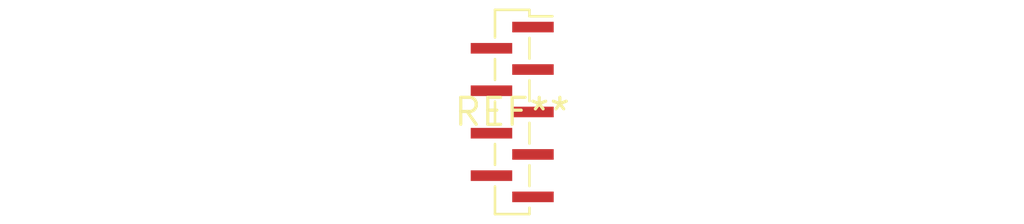
<source format=kicad_pcb>
(kicad_pcb (version 20240108) (generator pcbnew)
  (layers (0 "F.Cu" signal) (31 "B.Cu" signal) (34 "B.Paste" user) (35 "F.Paste" user) (36 "B.SilkS" user "B.Silkscreen") (37 "F.SilkS" user "F.Silkscreen") (38 "B.Mask" user) (39 "F.Mask" user) (44 "Edge.Cuts" user))
  (net 0 "")
  (footprint "PinSocket_1x09_P1.00mm_Vertical_SMD_Pin1Right" (layer "F.Cu") (at 0 0)
    (property "Reference" "REF**")
    (property "Value" "PinSocket_1x09_P1.00mm_Vertical_SMD_Pin1Right")
    (fp_line (start -0.81 -4.81) (end -0.81 -3.51) (layer "F.SilkS") (stroke (width 0.12)))
    (fp_line (start -0.81 -4.81) (end 0.81 -4.81) (layer "F.SilkS") (stroke (width 0.12)))
    (fp_line (start -0.81 -2.49) (end -0.81 -1.51) (layer "F.SilkS") (stroke (width 0.12)))
    (fp_line (start -0.81 -0.49) (end -0.81 0.49) (layer "F.SilkS") (stroke (width 0.12)))
    (fp_line (start -0.81 1.51) (end -0.81 2.49) (layer "F.SilkS") (stroke (width 0.12)))
    (fp_line (start -0.81 3.51) (end -0.81 4.81) (layer "F.SilkS") (stroke (width 0.12)))
    (fp_line (start -0.81 4.81) (end 0.81 4.81) (layer "F.SilkS") (stroke (width 0.12)))
    (fp_line (start 0.81 -4.81) (end 0.81 -4.51) (layer "F.SilkS") (stroke (width 0.12)))
    (fp_line (start 0.81 -4.51) (end 1.89 -4.51) (layer "F.SilkS") (stroke (width 0.12)))
    (fp_line (start 0.81 -3.49) (end 0.81 -2.51) (layer "F.SilkS") (stroke (width 0.12)))
    (fp_line (start 0.81 -1.49) (end 0.81 -0.51) (layer "F.SilkS") (stroke (width 0.12)))
    (fp_line (start 0.81 0.51) (end 0.81 1.49) (layer "F.SilkS") (stroke (width 0.12)))
    (fp_line (start 0.81 2.51) (end 0.81 3.49) (layer "F.SilkS") (stroke (width 0.12)))
    (fp_line (start 0.81 4.51) (end 0.81 4.81) (layer "F.SilkS") (stroke (width 0.12)))
    (pad "1" smd rect (at 0.975 -4) (size 1.95 0.5) (layers "F.Cu" "F.Paste" "F.Mask"))
    (pad "2" smd rect (at -0.975 -3) (size 1.95 0.5) (layers "F.Cu" "F.Paste" "F.Mask"))
    (pad "3" smd rect (at 0.975 -2) (size 1.95 0.5) (layers "F.Cu" "F.Paste" "F.Mask"))
    (pad "4" smd rect (at -0.975 -1) (size 1.95 0.5) (layers "F.Cu" "F.Paste" "F.Mask"))
    (pad "5" smd rect (at 0.975 0) (size 1.95 0.5) (layers "F.Cu" "F.Paste" "F.Mask"))
    (pad "6" smd rect (at -0.975 1) (size 1.95 0.5) (layers "F.Cu" "F.Paste" "F.Mask"))
    (pad "7" smd rect (at 0.975 2) (size 1.95 0.5) (layers "F.Cu" "F.Paste" "F.Mask"))
    (pad "8" smd rect (at -0.975 3) (size 1.95 0.5) (layers "F.Cu" "F.Paste" "F.Mask"))
    (pad "9" smd rect (at 0.975 4) (size 1.95 0.5) (layers "F.Cu" "F.Paste" "F.Mask"))
  )
)
</source>
